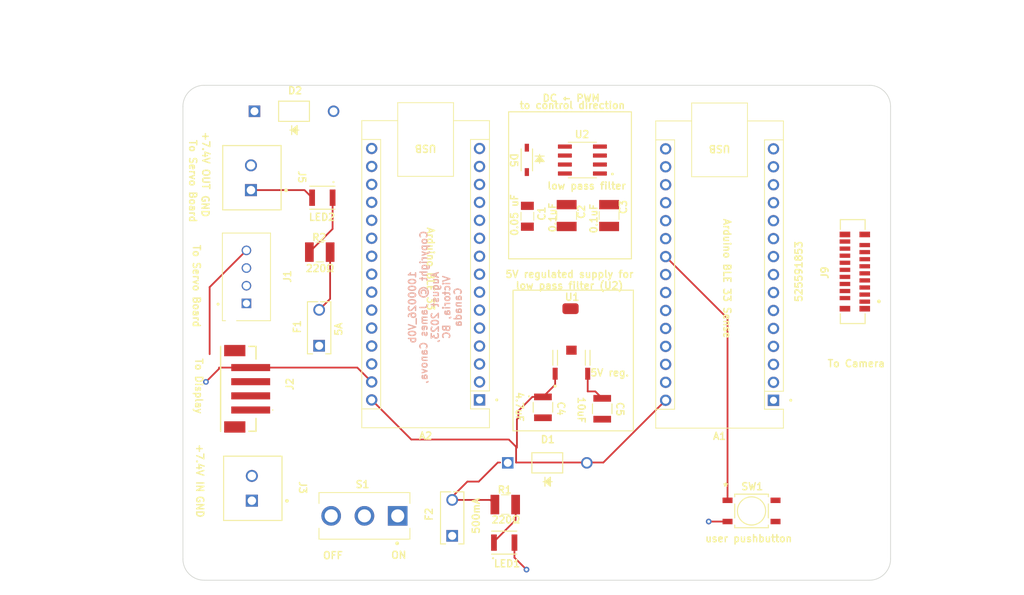
<source format=kicad_pcb>
(kicad_pcb (version 20240108) (generator "pcbnew") (generator_version "8.0")
  (layers (0 "F.Cu" signal) (1 "In1.Cu" signal) (2 "In2.Cu" signal) (31 "B.Cu" signal) (34 "B.Paste" user) (35 "F.Paste" user) (36 "B.SilkS" user "B.Silkscreen") (37 "F.SilkS" user "F.Silkscreen") (38 "B.Mask" user) (39 "F.Mask" user) (44 "Edge.Cuts" user))
  (net 0 "")
  (net 4 "Net-(C1-Pad1)")
  (net 6 "3.3V_1")
  (net 19 "bit_0")
  (net 20 "bit_1")
  (net 21 "bit_2")
  (net 26 "SDA_2")
  (net 27 "SDL_2")
  (net 28 "Analog")
  (net 30 "PWM")
  (net 31 "Net-(C3-Pad1)")
  (net 32 "PB")
  (net 33 "SDA_1")
  (net 34 "SCL_1")
  (net 36 "3.3V_2")
  (net 37 "GND")
  (net 40 "7.4V")
  (net 41 "HREF")
  (net 42 "VSYNC")
  (net 43 "XCLK")
  (net 44 "PCLK")
  (net 45 "D4")
  (net 46 "D7")
  (net 47 "D6")
  (net 48 "D1")
  (net 49 "D2")
  (net 50 "D3")
  (net 51 "D5")
  (net 52 "D0")
  (net 54 "MOSI_2")
  (net 55 "SCK_2")
  (net 56 "CS_2")
  (net 57 "DC_2")
  (net 58 "RST_2")
  (net 59 "5V_reg")
  (net 61 "unconnected-(S1-Pad2)")
  (footprint "RobotFtpLib:Nano33BLE_with_headers" (layer "F.Cu") (at 139.1519 97.7132 180)
    (property "Reference" "A2" (at 7.62 -5.08 180) (layer "F.SilkS") (effects (font (thickness 0.2))))
    (property "Value" "Arduino_Nano_BLE_33")
    (fp_line (start 16.64 39.5) (end 16.64 -3.94) (stroke (width 0.12)) (layer "F.SilkS"))
    (fp_line (start 16.64 39.5) (end 11.56 39.5) (stroke (width 0.12)) (layer "F.SilkS"))
    (fp_line (start 16.64 -3.94) (end -1.4 -3.94) (stroke (width 0.12)) (layer "F.SilkS"))
    (fp_line (start 13.97 36.83) (end 16.64 36.83) (stroke (width 0.12)) (layer "F.SilkS"))
    (fp_line (start 13.97 -1.27) (end 16.64 -1.27) (stroke (width 0.12)) (layer "F.SilkS"))
    (fp_line (start 13.97 -1.27) (end 13.97 36.83) (stroke (width 0.12)) (layer "F.SilkS"))
    (fp_line (start 11.56 42.04) (end 3.68 42.04) (stroke (width 0.12)) (layer "F.SilkS"))
    (fp_line (start 11.56 31.62) (end 11.56 42.04) (stroke (width 0.12)) (layer "F.SilkS"))
    (fp_line (start 3.68 42.04) (end 3.68 31.62) (stroke (width 0.12)) (layer "F.SilkS"))
    (fp_line (start 3.68 31.62) (end 11.56 31.62) (stroke (width 0.12)) (layer "F.SilkS"))
    (fp_line (start 1.27 36.83) (end -1.4 36.83) (stroke (width 0.12)) (layer "F.SilkS"))
    (fp_line (start 1.27 1.27) (end 1.27 36.83) (stroke (width 0.12)) (layer "F.SilkS"))
    (fp_line (start 1.27 1.27) (end 1.27 -1.27) (stroke (width 0.12)) (layer "F.SilkS"))
    (fp_line (start 1.27 1.27) (end -1.4 1.27) (stroke (width 0.12)) (layer "F.SilkS"))
    (fp_line (start 1.27 -1.27) (end -1.4 -1.27) (stroke (width 0.12)) (layer "F.SilkS"))
    (fp_line (start -1.4 39.5) (end 3.68 39.5) (stroke (width 0.12)) (layer "F.SilkS"))
    (fp_line (start -1.4 1.27) (end -1.4 39.5) (stroke (width 0.12)) (layer "F.SilkS"))
    (fp_line (start -1.4 -3.94) (end -1.4 -1.27) (stroke (width 0.12)) (layer "F.SilkS"))
    (fp_circle (center -2.4384 0) (end -2.286 0) (stroke (width 0.12)) (fill solid) (layer "F.SilkS"))
    (fp_text user "USB" (at 7.62 35.56 180) (layer "F.SilkS") (effects (font (thickness 0.2))))
    (pad "1" thru_hole rect (at 0 0 180) (size 1.6 1.6) (drill 1) (layers "*.Cu" "*.Mask"))
    (pad "2" thru_hole oval (at 0 2.54 180) (size 1.6 1.6) (drill 1) (layers "*.Cu" "*.Mask"))
    (pad "3" thru_hole oval (at 0 5.08 180) (size 1.6 1.6) (drill 1) (layers "*.Cu" "*.Mask"))
    (pad "4" thru_hole oval (at 0 7.62 180) (size 1.6 1.6) (drill 1) (layers "*.Cu" "*.Mask"))
    (pad "5" thru_hole oval (at 0 10.16 180) (size 1.6 1.6) (drill 1) (layers "*.Cu" "*.Mask"))
    (pad "6" thru_hole oval (at 0 12.7 180) (size 1.6 1.6) (drill 1) (layers "*.Cu" "*.Mask"))
    (pad "7" thru_hole oval (at 0 15.24 180) (size 1.6 1.6) (drill 1) (layers "*.Cu" "*.Mask"))
    (pad "8" thru_hole oval (at 0 17.78 180) (size 1.6 1.6) (drill 1) (layers "*.Cu" "*.Mask"))
    (pad "9" thru_hole oval (at 0 20.32 180) (size 1.6 1.6) (drill 1) (layers "*.Cu" "*.Mask"))
    (pad "10" thru_hole oval (at 0 22.86 180) (size 1.6 1.6) (drill 1) (layers "*.Cu" "*.Mask") (net 19 "bit_0"))
    (pad "11" thru_hole oval (at 0 25.4 180) (size 1.6 1.6) (drill 1) (layers "*.Cu" "*.Mask") (net 20 "bit_1"))
    (pad "12" thru_hole oval (at 0 27.94 180) (size 1.6 1.6) (drill 1) (layers "*.Cu" "*.Mask") (net 21 "bit_2"))
    (pad "13" thru_hole oval (at 0 30.48 180) (size 1.6 1.6) (drill 1) (layers "*.Cu" "*.Mask"))
    (pad "14" thru_hole oval (at 0 33.02 180) (size 1.6 1.6) (drill 1) (layers "*.Cu" "*.Mask") (net 54 "MOSI_2"))
    (pad "15" thru_hole oval (at 0 35.56 180) (size 1.6 1.6) (drill 1) (layers "*.Cu" "*.Mask"))
    (pad "16" thru_hole oval (at 15.24 35.56 180) (size 1.6 1.6) (drill 1) (layers "*.Cu" "*.Mask") (net 55 "SCK_2"))
    (pad "17" thru_hole oval (at 15.24 33.02 180) (size 1.6 1.6) (drill 1) (layers "*.Cu" "*.Mask") (net 36 "3.3V_2"))
    (pad "18" thru_hole oval (at 15.24 30.48 180) (size 1.6 1.6) (drill 1) (layers "*.Cu" "*.Mask"))
    (pad "19" thru_hole oval (at 15.24 27.94 180) (size 1.6 1.6) (drill 1) (layers "*.Cu" "*.Mask"))
    (pad "20" thru_hole oval (at 15.24 25.4 180) (size 1.6 1.6) (drill 1) (layers "*.Cu" "*.Mask") (net 28 "Analog"))
    (pad "21" thru_hole oval (at 15.24 22.86 180) (size 1.6 1.6) (drill 1) (layers "*.Cu" "*.Mask") (net 56 "CS_2"))
    (pad "22" thru_hole oval (at 15.24 20.32 180) (size 1.6 1.6) (drill 1) (layers "*.Cu" "*.Mask") (net 57 "DC_2"))
    (pad "23" thru_hole oval (at 15.24 17.78 180) (size 1.6 1.6) (drill 1) (layers "*.Cu" "*.Mask") (net 26 "SDA_2"))
    (pad "24" thru_hole oval (at 15.24 15.24 180) (size 1.6 1.6) (drill 1) (layers "*.Cu" "*.Mask") (net 27 "SDL_2"))
    (pad "25" thru_hole oval (at 15.24 12.7 180) (size 1.6 1.6) (drill 1) (layers "*.Cu" "*.Mask") (net 58 "RST_2"))
    (pad "26" thru_hole oval (at 15.24 10.16 180) (size 1.6 1.6) (drill 1) (layers "*.Cu" "*.Mask"))
    (pad "27" thru_hole oval (at 15.24 7.62 180) (size 1.6 1.6) (drill 1) (layers "*.Cu" "*.Mask"))
    (pad "28" thru_hole oval (at 15.24 5.08 180) (size 1.6 1.6) (drill 1) (layers "*.Cu" "*.Mask"))
    (pad "29" thru_hole oval (at 15.24 2.54 180) (size 1.6 1.6) (drill 1) (layers "*.Cu" "*.Mask") (net 37 "GND"))
    (pad "30" thru_hole oval (at 15.24 0 180) (size 1.6 1.6) (drill 1) (layers "*.Cu" "*.Mask") (net 40 "7.4V"))
  )
  (footprint "RobotFtpLib:QTLP650D4TR" (layer "F.Cu") (at 142.6398 117.8965)
    (property "Reference" "LED1" (at 0.4 2.9667 0) (layer "F.SilkS") (effects (font (thickness 0.2))))
    (property "Value" "QTLP650D4TR" (hide yes))
    (fp_line (start -1.778 1.6256) (end 1.778 1.6256) (stroke (width 0.1524)) (layer "F.SilkS"))
    (fp_line (start 1.778 -1.6256) (end -1.778 -1.6256) (stroke (width 0.1524)) (layer "F.SilkS"))
    (fp_circle (center -1.5748 2.2098) (end -1.4986 2.2098) (stroke (width 0.1524)) (fill none) (layer "F.SilkS"))
    (pad "1" smd rect (at 1.4478 0) (size 0.8128 2.3114) (layers "F.Cu" "F.Paste" "F.Mask") (net 37 "GND"))
    (pad "2" smd rect (at -1.4478 0) (size 0.8128 2.3114) (layers "F.Cu" "F.Paste" "F.Mask") (net 40 "7.4V"))
  )
  (footprint "RobotFtpLib:MountingHole_2.2mm_M2" (layer "F.Cu") (at 101.2398 57.2132)
    (property "Reference" "H1" (hide yes))
    (property "Value" "MountingHole" (hide yes))
    (pad "" np_thru_hole circle (at 0 0) (size 2.2 2.2) (drill 2.2) (layers "F&B.Cu" "*.Mask"))
  )
  (footprint "RobotFtpLib:MountingHole_2.2mm_M2" (layer "F.Cu") (at 101.2398 119.2132)
    (property "Reference" "H3" (hide yes))
    (property "Value" "MountingHole" (hide yes))
    (pad "" np_thru_hole circle (at 0 0) (size 2.2 2.2) (drill 2.2) (layers "*.Cu" "*.Mask"))
  )
  (footprint "RobotFtpLib:RMCF1210JT220R" (layer "F.Cu") (at 142.7898 112.5132)
    (property "Reference" "R1" (at -0.0762 -2.0828 0) (layer "F.SilkS") (effects (font (thickness 0.2))))
    (property "Value" "RMCF1210JT220R" (hide yes))
    (fp_line (start -0.53 -1.38) (end 0.53 -1.38) (stroke (width 0.127)) (layer "F.SilkS"))
    (fp_line (start -0.53 1.38) (end 0.53 1.38) (stroke (width 0.127)) (layer "F.SilkS"))
    (fp_text user "220Ω" (at 0.1 2.15 0) (layer "F.SilkS") (effects (font (thickness 0.2))))
    (pad "1" smd rect (at -1.466 0) (size 1.23 2.76) (layers "F.Cu" "F.Paste" "F.Mask") (net 40 "7.4V"))
    (pad "2" smd rect (at 1.466 0) (size 1.23 2.76) (layers "F.Cu" "F.Paste" "F.Mask") (net 40 "7.4V"))
  )
  (footprint "RobotFtpLib:RMCF1210JT220R" (layer "F.Cu") (at 116.5738 76.8132)
    (property "Reference" "R2" (at -0.0762 -2.0828 0) (layer "F.SilkS") (effects (font (thickness 0.2))))
    (property "Value" "RMCF1210JT220R" (hide yes))
    (fp_line (start -0.53 -1.38) (end 0.53 -1.38) (stroke (width 0.127)) (layer "F.SilkS"))
    (fp_line (start -0.53 1.38) (end 0.53 1.38) (stroke (width 0.127)) (layer "F.SilkS"))
    (fp_text user "220Ω" (at 0.0508 2.3 0) (layer "F.SilkS") (effects (font (thickness 0.2))))
    (pad "1" smd rect (at -1.466 0) (size 1.23 2.76) (layers "F.Cu" "F.Paste" "F.Mask") (net 40 "7.4V"))
    (pad "2" smd rect (at 1.466 0) (size 1.23 2.76) (layers "F.Cu" "F.Paste" "F.Mask") (net 40 "7.4V"))
  )
  (footprint "RobotFtpLib:CL32A106KAULNNE" (layer "F.Cu") (at 156.4898 98.9632 -90)
    (property "Reference" "C5" (at 0.0508 -2.5146 -90) (layer "F.SilkS") (effects (font (thickness 0.2))))
    (property "Value" "CL32A106KAULNNE" (hide yes))
    (fp_line (start -0.692451 1.377) (end 0.692451 1.377) (stroke (width 0.1524)) (layer "F.SilkS"))
    (fp_line (start 0.692451 -1.377) (end -0.692451 -1.377) (stroke (width 0.1524)) (layer "F.SilkS"))
    (fp_text user "10uF" (at 0.1778 2.9464 -90) (layer "F.SilkS") (effects (font (thickness 0.2))))
    (pad "1" smd rect (at -1.475001 0 270) (size 0.95 2.5) (layers "F.Cu" "F.Paste" "F.Mask") (net 59 "5V_reg"))
    (pad "2" smd rect (at 1.475001 0 270) (size 0.95 2.5) (layers "F.Cu" "F.Paste" "F.Mask") (net 37 "GND"))
  )
  (footprint "RobotFtpLib:12102C104KAT2A" (layer "F.Cu") (at 151.4648 71.638199 -90)
    (property "Reference" "C2" (at -0.524999 -2.075 -90) (layer "F.SilkS") (effects (font (thickness 0.2))))
    (property "Value" "12102C104KAT2A" (hide yes))
    (fp_line (start -0.56 1.4) (end 0.56 1.4) (stroke (width 0.127)) (layer "F.SilkS"))
    (fp_line (start -0.56 -1.4) (end 0.56 -1.4) (stroke (width 0.127)) (layer "F.SilkS"))
    (fp_text user "0.1uF" (at 0.275001 1.975 90) (layer "F.SilkS") (effects (font (thickness 0.2))))
    (pad "1" smd rect (at -1.542 0 270) (size 1.32 2.81) (layers "F.Cu" "F.Paste" "F.Mask") (net 59 "5V_reg"))
    (pad "2" smd rect (at 1.542 0 270) (size 1.32 2.81) (layers "F.Cu" "F.Paste" "F.Mask") (net 37 "GND"))
  )
  (footprint "RobotFtpLib:RKEF050HF" (layer "F.Cu") (at 135.2898 116.935826 90)
    (property "Reference" "F2" (at 3.048 -3.2766 90) (layer "F.SilkS") (effects (font (thickness 0.2))))
    (property "Value" "FUSE_500mA" (hide yes))
    (fp_line (start 6.223 -1.651) (end -1.143 -1.651) (stroke (width 0.1524)) (layer "F.SilkS"))
    (fp_line (start -1.143 -1.651) (end -1.143 -0.925047) (stroke (width 0.1524)) (layer "F.SilkS"))
    (fp_line (start 6.223 -0.187272) (end 6.223 -1.651) (stroke (width 0.1524)) (layer "F.SilkS"))
    (fp_line (start -1.143 0.925047) (end -1.143 1.651) (stroke (width 0.1524)) (layer "F.SilkS"))
    (fp_line (start 6.223 1.651) (end 6.223 0.187272) (stroke (width 0.1524)) (layer "F.SilkS"))
    (fp_line (start -1.143 1.651) (end 6.223 1.651) (stroke (width 0.1524)) (layer "F.SilkS"))
    (fp_text user "500mA" (at 2.8194 3.3782 90) (layer "F.SilkS") (effects (font (thickness 0.2))))
    (pad "1" thru_hole rect (at 0 0 90) (size 1.651 1.651) (drill 1.143) (layers "*.Cu" "*.Mask") (net 40 "7.4V"))
    (pad "2" thru_hole circle (at 5.08 0 90) (size 1.651 1.651) (drill 1.143) (layers "*.Cu" "*.Mask") (net 40 "7.4V"))
  )
  (footprint "RobotFtpLib:12102C104KAT2A" (layer "F.Cu") (at 157.4648 71.638199 -90)
    (property "Reference" "C3" (at -1.2 -2 -90) (layer "F.SilkS") (effects (font (thickness 0.2))))
    (property "Value" "12102C104KAT2A" (hide yes))
    (fp_line (start -0.56 1.4) (end 0.56 1.4) (stroke (width 0.127)) (layer "F.SilkS"))
    (fp_line (start -0.56 -1.4) (end 0.56 -1.4) (stroke (width 0.127)) (layer "F.SilkS"))
    (fp_text user "0.1uF" (at 0.425001 2.175 90) (layer "F.SilkS") (effects (font (thickness 0.2))))
    (pad "1" smd rect (at -1.542 0 270) (size 1.32 2.81) (layers "F.Cu" "F.Paste" "F.Mask") (net 31 "Net-(C3-Pad1)"))
    (pad "2" smd rect (at 1.542 0 270) (size 1.32 2.81) (layers "F.Cu" "F.Paste" "F.Mask") (net 37 "GND"))
  )
  (footprint "RobotFtpLib:CL32B475KBUYNNE" (layer "F.Cu") (at 148.1148 98.763198 -90)
    (property "Reference" "C4" (at 0.1778 -2.54 -90) (layer "F.SilkS") (effects (font (thickness 0.2))))
    (property "Value" "CL32B475KBUYNNE" (hide yes))
    (fp_line (start -0.692451 1.377) (end 0.692451 1.377) (stroke (width 0.1524)) (layer "F.SilkS"))
    (fp_line (start 0.692451 -1.377) (end -0.692451 -1.377) (stroke (width 0.1524)) (layer "F.SilkS"))
    (fp_circle (center -1.5494 1.9558) (end -1.4732 1.9558) (stroke (width 0.1524)) (fill none) (layer "F.SilkS"))
    (fp_text user "4.7uF" (at -0.0762 3.302 -90) (layer "F.SilkS") (effects (font (thickness 0.2))))
    (pad "1" smd rect (at -1.475001 0 270) (size 0.95 2.5) (layers "F.Cu" "F.Paste" "F.Mask") (net 40 "7.4V"))
    (pad "2" smd rect (at 1.475001 0 270) (size 0.95 2.5) (layers "F.Cu" "F.Paste" "F.Mask") (net 37 "GND"))
  )
  (footprint "RobotFtpLib:MountingHole_2.2mm_M2" (layer "F.Cu") (at 193.2398 57.2132)
    (property "Reference" "H2" (hide yes))
    (property "Value" "MountingHole" (hide yes))
    (pad "" np_thru_hole circle (at 0 0) (size 2.2 2.2) (drill 2.2) (layers "*.Cu" "*.Mask"))
  )
  (footprint "RobotFtpLib:1N4007G-T" (layer "F.Cu") (at 143.1398 106.6132)
    (property "Reference" "D1" (at 5.6642 -3.302 0) (layer "F.SilkS") (effects (font (thickness 0.2))))
    (property "Value" "1N4148WX-TP" (hide yes))
    (fp_line (start 3.411 -1.427) (end 3.411 1.427) (stroke (width 0.1524)) (layer "F.SilkS"))
    (fp_line (start 3.411 1.427) (end 7.765 1.427) (stroke (width 0.1524)) (layer "F.SilkS"))
    (fp_line (start 5.2578 2.032) (end 5.2578 3.302) (stroke (width 0.1524)) (layer "F.SilkS"))
    (fp_line (start 5.2578 2.667) (end 6.0198 2.032) (stroke (width 0.1524)) (layer "F.SilkS"))
    (fp_line (start 5.2578 2.667) (end 6.0198 2.159) (stroke (width 0.1524)) (layer "F.SilkS"))
    (fp_line (start 5.2578 2.667) (end 6.0198 2.286) (stroke (width 0.1524)) (layer "F.SilkS"))
    (fp_line (start 5.2578 2.667) (end 6.0198 2.413) (stroke (width 0.1524)) (layer "F.SilkS"))
    (fp_line (start 5.2578 2.667) (end 6.0198 2.54) (stroke (width 0.1524)) (layer "F.SilkS"))
    (fp_line (start 5.2578 2.667) (end 6.0198 2.794) (stroke (width 0.1524)) (layer "F.SilkS"))
    (fp_line (start 5.2578 2.667) (end 6.0198 2.921) (stroke (width 0.1524)) (layer "F.SilkS"))
    (fp_line (start 5.2578 2.667) (end 6.0198 3.048) (stroke (width 0.1524)) (layer "F.SilkS"))
    (fp_line (start 5.2578 2.667) (end 6.0198 3.175) (stroke (width 0.1524)) (layer "F.SilkS"))
    (fp_line (start 5.2578 2.667) (end 6.0198 3.302) (stroke (width 0.1524)) (layer "F.SilkS"))
    (fp_line (start 6.0198 2.032) (end 6.0198 3.302) (stroke (width 0.1524)) (layer "F.SilkS"))
    (fp_line (start 6.2738 2.667) (end 5.0038 2.667) (stroke (width 0.1524)) (layer "F.SilkS"))
    (fp_line (start 7.765 -1.427) (end 3.411 -1.427) (stroke (width 0.1524)) (layer "F.SilkS"))
    (fp_line (start 7.765 1.427) (end 7.765 -1.427) (stroke (width 0.1524)) (layer "F.SilkS"))
    (pad "1" thru_hole rect (at 0 0) (size 1.6256 1.6256) (drill 1.1176) (layers "*.Cu" "*.Mask") (net 40 "7.4V"))
    (pad "2" thru_hole circle (at 11.176 0) (size 1.6256 1.6256) (drill 1.1176) (layers "*.Cu" "*.Mask") (net 40 "7.4V"))
  )
  (footprint "RobotFtpLib:BZT52C3V3-7-F" (layer "F.Cu") (at 145.8398 63.7632 -90)
    (property "Reference" "D5" (at 0.05 1.85 -90) (layer "F.SilkS") (effects (font (thickness 0.2))))
    (property "Value" "BZT52C3V3-7-F" (hide yes))
    (fp_line (start -1.552 0.802) (end 1.552 0.802) (stroke (width 0.1524)) (layer "F.SilkS"))
    (fp_line (start 1.552 -0.802) (end -1.552 -0.802) (stroke (width 0.1524)) (layer "F.SilkS"))
    (fp_line (start -0.5334 -1.8034) (end 0.2286 -1.1684) (stroke (width 0.1524)) (layer "F.SilkS"))
    (fp_line (start -0.5334 -1.8034) (end 0.2286 -1.2954) (stroke (width 0.1524)) (layer "F.SilkS"))
    (fp_line (start -0.5334 -1.8034) (end 0.2286 -1.4224) (stroke (width 0.1524)) (layer "F.SilkS"))
    (fp_line (start -0.5334 -1.8034) (end 0.2286 -1.5494) (stroke (width 0.1524)) (layer "F.SilkS"))
    (fp_line (start -0.5334 -1.8034) (end 0.2286 -1.6764) (stroke (width 0.1524)) (layer "F.SilkS"))
    (fp_line (start -0.5334 -1.8034) (end 0.2286 -1.9304) (stroke (width 0.1524)) (layer "F.SilkS"))
    (fp_line (start -0.5334 -1.8034) (end 0.2286 -2.0574) (stroke (width 0.1524)) (layer "F.SilkS"))
    (fp_line (start -0.5334 -1.8034) (end 0.2286 -2.1844) (stroke (width 0.1524)) (layer "F.SilkS"))
    (fp_line (start -0.5334 -1.8034) (end 0.2286 -2.3114) (stroke (width 0.1524)) (layer "F.SilkS"))
    (fp_line (start -0.5334 -1.8034) (end 0.2286 -2.4384) (stroke (width 0.1524)) (layer "F.SilkS"))
    (fp_line (start 0.4826 -1.8034) (end -0.7874 -1.8034) (stroke (width 0.1524)) (layer "F.SilkS"))
    (fp_line (start -0.5334 -2.4384) (end -0.5334 -1.1684) (stroke (width 0.1524)) (layer "F.SilkS"))
    (fp_line (start 0.2286 -2.4384) (end 0.2286 -1.1684) (stroke (width 0.1524)) (layer "F.SilkS"))
    (pad "1" smd rect (at -1.725 0 270) (size 1.1112 0.6008) (layers "F.Cu" "F.Paste" "F.Mask") (net 28 "Analog"))
    (pad "2" smd rect (at 1.725 0 270) (size 1.1112 0.6008) (layers "F.Cu" "F.Paste" "F.Mask") (net 37 "GND"))
  )
  (footprint "RobotFtpLib:525591853" (layer "F.Cu") (at 192.1898 79.5632 90)
    (property "Reference" "J9" (at -0.1524 -4.2418 90) (layer "F.SilkS") (effects (font (thickness 0.2))))
    (property "Value" "0525591853" (hide yes))
    (fp_line (start 7.349985 -2.050001) (end 5.96749 -2.050001) (stroke (width 0.1524)) (layer "F.SilkS"))
    (fp_line (start -5.96749 -2.050001) (end -7.349985 -2.050001) (stroke (width 0.1524)) (layer "F.SilkS"))
    (fp_line (start -7.349985 -2.050001) (end -7.349985 1.45) (stroke (width 0.1524)) (layer "F.SilkS"))
    (fp_line (start 7.349985 1.45) (end 7.349985 -2.050001) (stroke (width 0.1524)) (layer "F.SilkS"))
    (fp_line (start 5.96749 1.45) (end 7.349985 1.45) (stroke (width 0.1524)) (layer "F.SilkS"))
    (fp_line (start -7.349985 1.45) (end -5.96749 1.45) (stroke (width 0.1524)) (layer "F.SilkS"))
    (fp_circle (center -4.2164 3.4036) (end -4.0164 3.4036) (stroke (width 0.12)) (fill solid) (layer "F.SilkS"))
    (fp_text user "525591853" (at 0 -7.92 90) (layer "F.SilkS") (effects (font (thickness 0.2))))
    (pad "1" smd rect (at -4.249991 1.4 90) (size 0.6 1.5) (layers "F.Cu" "F.Paste" "F.Mask") (net 6 "3.3V_1"))
    (pad "2" smd rect (at -3.749992 -1.4 90) (size 0.6 1.5) (layers "F.Cu" "F.Paste" "F.Mask") (net 37 "GND"))
    (pad "3" smd rect (at -3.249992 1.4 90) (size 0.6 1.5) (layers "F.Cu" "F.Paste" "F.Mask") (net 34 "SCL_1"))
    (pad "4" smd rect (at -2.749991 -1.4 90) (size 0.6 1.5) (layers "F.Cu" "F.Paste" "F.Mask") (net 33 "SDA_1"))
    (pad "5" smd rect (at -2.249991 1.4 90) (size 0.6 1.5) (layers "F.Cu" "F.Paste" "F.Mask") (net 42 "VSYNC"))
    (pad "6" smd rect (at -1.749991 -1.4 90) (size 0.6 1.5) (layers "F.Cu" "F.Paste" "F.Mask") (net 41 "HREF"))
    (pad "7" smd rect (at -1.249991 1.4 90) (size 0.6 1.5) (layers "F.Cu" "F.Paste" "F.Mask") (net 44 "PCLK"))
    (pad "8" smd rect (at -0.749991 -1.4 90) (size 0.6 1.5) (layers "F.Cu" "F.Paste" "F.Mask") (net 43 "XCLK"))
    (pad "9" smd rect (at -0.249991 1.4 90) (size 0.6 1.5) (layers "F.Cu" "F.Paste" "F.Mask") (net 46 "D7"))
    (pad "10" smd rect (at 0.250009 -1.4 90) (size 0.6 1.5) (layers "F.Cu" "F.Paste" "F.Mask") (net 47 "D6"))
    (pad "11" smd rect (at 0.750009 1.4 90) (size 0.6 1.5) (layers "F.Cu" "F.Paste" "F.Mask") (net 51 "D5"))
    (pad "12" smd rect (at 1.250009 -1.4 90) (size 0.6 1.5) (layers "F.Cu" "F.Paste" "F.Mask") (net 45 "D4"))
    (pad "13" smd rect (at 1.750009 1.4 90) (size 0.6 1.5) (layers "F.Cu" "F.Paste" "F.Mask") (net 50 "D3"))
    (pad "14" smd rect (at 2.250009 -1.4 90) (size 0.6 1.5) (layers "F.Cu" "F.Paste" "F.Mask") (net 49 "D2"))
    (pad "15" smd rect (at 2.750009 1.4 90) (size 0.6 1.5) (layers "F.Cu" "F.Paste" "F.Mask") (net 48 "D1"))
    (pad "16" smd rect (at 3.250009 -1.4 90) (size 0.6 1.5) (layers "F.Cu" "F.Paste" "F.Mask") (net 52 "D0"))
    (pad "17" smd rect (at 3.750009 1.4 90) (size 0.6 1.5) (layers "F.Cu" "F.Paste" "F.Mask") (net 6 "3.3V_1"))
    (pad "18" smd rect (at 4.250009 -1.4 90) (size 0.6 1.5) (layers "F.Cu" "F.Paste" "F.Mask") (net 37 "GND"))
    (pad "P1" smd rect (at -5.24999 1.4 90) (size 0.8 1.5) (layers "F.Cu" "F.Paste" "F.Mask"))
    (pad "P2" smd rect (at 5.24999 1.4 90) (size 0.8 1.5) (layers "F.Cu" "F.Paste" "F.Mask"))
    (pad "P3" smd rect (at -5.24999 -1.4 90) (size 0.8 1.5) (layers "F.Cu" "F.Paste" "F.Mask"))
    (pad "P4" smd rect (at 5.24999 -1.4 90) (size 0.8 1.5) (layers "F.Cu" "F.Paste" "F.Mask"))
  )
  (footprint "RobotFtpLib:0532580229" (layer "F.Cu") (at 106.854799 68.038191 -90)
    (property "Reference" "J5" (at -1.8542 -7.1882 -90) (layer "F.SilkS") (effects (font (thickness 0.2))))
    (property "Value" "532580229" (hide yes))
    (fp_line (start -6.299983 3.989999) (end 2.799999 3.989999) (stroke (width 0.1524)) (layer "F.SilkS"))
    (fp_line (start 2.799999 3.989999) (end 2.799999 -4.260002) (stroke (width 0.1524)) (layer "F.SilkS"))
    (fp_line (start -6.299983 -4.260002) (end -6.299983 3.989999) (stroke (width 0.1524)) (layer "F.SilkS"))
    (fp_line (start 2.799999 -4.260002) (end -6.299983 -4.260002) (stroke (width 0.1524)) (layer "F.SilkS"))
    (fp_circle (center 0.0254 -4.953) (end 0.2254 -4.953) (stroke (width 0.12)) (fill solid) (layer "F.SilkS"))
    (pad "1" thru_hole rect (at 0 0 270) (size 1.7 1.7) (drill 1.2) (layers "*.Cu" "*.Mask") (net 37 "GND"))
    (pad "2" thru_hole circle (at -3.500001 0 270) (size 1.7 1.7) (drill 1.2) (layers "*.Cu" "*.Mask") (net 40 "7.4V"))
  )
  (footprint "RobotFtpLib:TL3305CF260QG" (layer "F.Cu") (at 177.5898 113.4132)
    (property "Reference" "SW1" (at 0.1 -3.45 0) (layer "F.SilkS") (effects (font (thickness 0.2))))
    (property "Value" "TL3305CF260QG" (hide yes))
    (fp_line (start -2.3749 -2.3749) (end -2.3749 -2.005463) (stroke (width 0.1524)) (layer "F.SilkS"))
    (fp_line (start -2.3749 -0.994536) (end -2.3749 0.994536) (stroke (width 0.1524)) (layer "F.SilkS"))
    (fp_line (start -2.3749 2.005463) (end -2.3749 2.3749) (stroke (width 0.1524)) (layer "F.SilkS"))
    (fp_line (start -2.3749 2.3749) (end 2.3749 2.3749) (stroke (width 0.1524)) (layer "F.SilkS"))
    (fp_line (start 2.3749 -2.3749) (end -2.3749 -2.3749) (stroke (width 0.1524)) (layer "F.SilkS"))
    (fp_line (start 2.3749 -2.005463) (end 2.3749 -2.3749) (stroke (width 0.1524)) (layer "F.SilkS"))
    (fp_line (start 2.3749 0.994536) (end 2.3749 -0.994536) (stroke (width 0.1524)) (layer "F.SilkS"))
    (fp_line (start 2.3749 2.3749) (end 2.3749 2.005463) (stroke (width 0.1524)) (layer "F.SilkS"))
    (fp_circle (center 0 0) (end 1.9939 0) (stroke (width 0.1524)) (fill none) (layer "F.SilkS"))
    (fp_text user "*" (at -3.6449 -3.414199 0) (layer "F.SilkS") (effects (font (thickness 0.2))))
    (pad "1" smd rect (at -3.3909 -1.5) (size 1.411198 0.7712) (layers "F.Cu" "F.Paste" "F.Mask") (net 32 "PB"))
    (pad "2" smd rect (at 3.3909 -1.5) (size 1.411198 0.7712) (layers "F.Cu" "F.Paste" "F.Mask") (net 32 "PB"))
    (pad "3" smd rect (at -3.3909 1.5) (size 1.411198 0.7712) (layers "F.Cu" "F.Paste" "F.Mask") (net 37 "GND"))
    (pad "4" smd rect (at 3.3909 1.5) (size 1.411198 0.7712) (layers "F.Cu" "F.Paste" "F.Mask") (net 37 "GND"))
  )
  (footprint "RobotFtpLib:Nano33BLE_with_headers" (layer "F.Cu") (at 180.6919 97.7632 180)
    (property "Reference" "A1" (at 7.62 -5.08 180) (layer "F.SilkS") (effects (font (thickness 0.2))))
    (property "Value" "Arduino_Nano_BLE_33_SENSE" (hide yes))
    (fp_line (start 16.64 39.5) (end 16.64 -3.94) (stroke (width 0.12)) (layer "F.SilkS"))
    (fp_line (start 16.64 39.5) (end 11.56 39.5) (stroke (width 0.12)) (layer "F.SilkS"))
    (fp_line (start 16.64 -3.94) (end -1.4 -3.94) (stroke (width 0.12)) (layer "F.SilkS"))
    (fp_line (start 13.97 36.83) (end 16.64 36.83) (stroke (width 0.12)) (layer "F.SilkS"))
    (fp_line (start 13.97 -1.27) (end 16.64 -1.27) (stroke (width 0.12)) (layer "F.SilkS"))
    (fp_line (start 13.97 -1.27) (end 13.97 36.83) (stroke (width 0.12)) (layer "F.SilkS"))
    (fp_line (start 11.56 42.04) (end 3.68 42.04) (stroke (width 0.12)) (layer "F.SilkS"))
    (fp_line (start 11.56 31.62) (end 11.56 42.04) (stroke (width 0.12)) (layer "F.SilkS"))
    (fp_line (start 3.68 42.04) (end 3.68 31.62) (stroke (width 0.12)) (layer "F.SilkS"))
    (fp_line (start 3.68 31.62) (end 11.56 31.62) (stroke (width 0.12)) (layer "F.SilkS"))
    (fp_line (start 1.27 36.83) (end -1.4 36.83) (stroke (width 0.12)) (layer "F.SilkS"))
    (fp_line (start 1.27 1.27) (end 1.27 36.83) (stroke (width 0.12)) (layer "F.SilkS"))
    (fp_line (start 1.27 1.27) (end 1.27 -1.27) (stroke (width 0.12)) (layer "F.SilkS"))
    (fp_line (start 1.27 1.27) (end -1.4 1.27) (stroke (width 0.12)) (layer "F.SilkS"))
    (fp_line (start 1.27 -1.27) (end -1.4 -1.27) (stroke (width 0.12)) (layer "F.SilkS"))
    (fp_line (start -1.4 39.5) (end 3.68 39.5) (stroke (width 0.12)) (layer "F.SilkS"))
    (fp_line (start -1.4 1.27) (end -1.4 39.5) (stroke (width 0.12)) (layer "F.SilkS"))
    (fp_line (start -1.4 -3.94) (end -1.4 -1.27) (stroke (width 0.12)) (layer "F.SilkS"))
    (fp_circle (center -2.4384 0) (end -2.286 0) (stroke (width 0.12)) (fill solid) (layer "F.SilkS"))
    (fp_text user "USB" (at 7.62 35.56 180) (layer "F.SilkS") (effects (font (thickness 0.2))))
    (pad "1" thru_hole rect (at 0 0 180) (size 1.6 1.6) (drill 1) (layers "*.Cu" "*.Mask") (net 48 "D1"))
    (pad "2" thru_hole oval (at 0 2.54 180) (size 1.6 1.6) (drill 1) (layers "*.Cu" "*.Mask") (net 49 "D2"))
    (pad "3" thru_hole oval (at 0 5.08 180) (size 1.6 1.6) (drill 1) (layers "*.Cu" "*.Mask"))
    (pad "4" thru_hole oval (at 0 7.62 180) (size 1.6 1.6) (drill 1) (layers "*.Cu" "*.Mask"))
    (pad "5" thru_hole oval (at 0 10.16 180) (size 1.6 1.6) (drill 1) (layers "*.Cu" "*.Mask") (net 50 "D3"))
    (pad "6" thru_hole oval (at 0 12.7 180) (size 1.6 1.6) (drill 1) (layers "*.Cu" "*.Mask") (net 45 "D4"))
    (pad "7" thru_hole oval (at 0 15.24 180) (size 1.6 1.6) (drill 1) (layers "*.Cu" "*.Mask") (net 46 "D7"))
    (pad "8" thru_hole oval (at 0 17.78 180) (size 1.6 1.6) (drill 1) (layers "*.Cu" "*.Mask") (net 51 "D5"))
    (pad "9" thru_hole oval (at 0 20.32 180) (size 1.6 1.6) (drill 1) (layers "*.Cu" "*.Mask") (net 47 "D6"))
    (pad "10" thru_hole oval (at 0 22.86 180) (size 1.6 1.6) (drill 1) (layers "*.Cu" "*.Mask") (net 52 "D0"))
    (pad "11" thru_hole oval (at 0 25.4 180) (size 1.6 1.6) (drill 1) (layers "*.Cu" "*.Mask") (net 42 "VSYNC"))
    (pad "12" thru_hole oval (at 0 27.94 180) (size 1.6 1.6) (drill 1) (layers "*.Cu" "*.Mask") (net 43 "XCLK"))
    (pad "13" thru_hole oval (at 0 30.48 180) (size 1.6 1.6) (drill 1) (layers "*.Cu" "*.Mask") (net 30 "PWM"))
    (pad "14" thru_hole oval (at 0 33.02 180) (size 1.6 1.6) (drill 1) (layers "*.Cu" "*.Mask"))
    (pad "15" thru_hole oval (at 0 35.56 180) (size 1.6 1.6) (drill 1) (layers "*.Cu" "*.Mask"))
    (pad "16" thru_hole oval (at 15.24 35.56 180) (size 1.6 1.6) (drill 1) (layers "*.Cu" "*.Mask"))
    (pad "17" thru_hole oval (at 15.24 33.02 180) (size 1.6 1.6) (drill 1) (layers "*.Cu" "*.Mask") (net 6 "3.3V_1"))
    (pad "18" thru_hole oval (at 15.24 30.48 180) (size 1.6 1.6) (drill 1) (layers "*.Cu" "*.Mask"))
    (pad "19" thru_hole oval (at 15.24 27.94 180) (size 1.6 1.6) (drill 1) (layers "*.Cu" "*.Mask") (net 44 "PCLK"))
    (pad "20" thru_hole oval (at 15.24 25.4 180) (size 1.6 1.6) (drill 1) (layers "*.Cu" "*.Mask") (net 41 "HREF"))
    (pad "21" thru_hole oval (at 15.24 22.86 180) (size 1.6 1.6) (drill 1) (layers "*.Cu" "*.Mask") (net 19 "bit_0"))
    (pad "22" thru_hole oval (at 15.24 20.32 180) (size 1.6 1.6) (drill 1) (layers "*.Cu" "*.Mask") (net 32 "PB"))
    (pad "23" thru_hole oval (at 15.24 17.78 180) (size 1.6 1.6) (drill 1) (layers "*.Cu" "*.Mask") (net 33 "SDA_1"))
    (pad "24" thru_hole oval (at 15.24 15.24 180) (size 1.6 1.6) (drill 1) (layers "*.Cu" "*.Mask") (net 34 "SCL_1"))
    (pad "25" thru_hole oval (at 15.24 12.7 180) (size 1.6 1.6) (drill 1) (layers "*.Cu" "*.Mask") (net 20 "bit_1"))
    (pad "26" thru_hole oval (at 15.24 10.16 180) (size 1.6 1.6) (drill 1) (layers "*.Cu" "*.Mask") (net 21 "bit_2"))
    (pad "27" thru_hole oval (at 15.24 7.62 180) (size 1.6 1.6) (drill 1) (layers "*.Cu" "*.Mask"))
    (pad "28" thru_hole oval (at 15.24 5.08 180) (size 1.6 1.6) (drill 1) (layers "*.Cu" "*.Mask"))
    (pad "29" thru_hole oval (at 15.24 2.54 180) (size 1.6 1.6) (drill 1) (layers "*.Cu" "*.Mask") (net 37 "GND"))
    (pad "30" thru_hole oval (at 15.24 0 180) (size 1.6 1.6) (drill 1) (layers "*.Cu" "*.Mask") (net 40 "7.4V"))
  )
  (footprint "RobotFtpLib:QTLP650D4TR" (layer "F.Cu") (at 116.9398 69.1132 180)
    (property "Reference" "LED2" (at 0.05 -2.75 0) (layer "F.SilkS") (effects (font (thickness 0.2))))
    (property "Value" "QTLP650D4TR" (hide yes))
    (fp_line (start 1.778 -1.6256) (end -1.778 -1.6256) (stroke (width 0.1524)) (layer "F.SilkS"))
    (fp_line (start -1.778 1.6256) (end 1.778 1.6256) (stroke (width 0.1524)) (layer "F.SilkS"))
    (fp_circle (center -1.5748 2.2098) (end -1.4986 2.2098) (stroke (width 0.1524)) (fill none) (layer "F.SilkS"))
    (pad "1" smd rect (at 1.4478 0 180) (size 0.8128 2.3114) (layers "F.Cu" "F.Paste" "F.Mask") (net 40 "7.4V"))
    (pad "2" smd rect (at -1.4478 0 180) (size 0.8128 2.3114) (layers "F.Cu" "F.Paste" "F.Mask") (net 37 "GND"))
  )
  (footprint "RobotFtpLib:0532580229" (layer "F.Cu") (at 106.979799 111.963191 -90)
    (property "Reference" "J3" (at -1.8542 -7.1882 -90) (layer "F.SilkS") (effects (font (thickness 0.2))))
    (property "Value" "532580229" (hide yes))
    (fp_line (start -6.299983 3.989999) (end 2.799999 3.989999) (stroke (width 0.1524)) (layer "F.SilkS"))
    (fp_line (start 2.799999 3.989999) (end 2.799999 -4.260002) (stroke (width 0.1524)) (layer "F.SilkS"))
    (fp_line (start -6.299983 -4.260002) (end -6.299983 3.989999) (stroke (width 0.1524)) (layer "F.SilkS"))
    (fp_line (start 2.799999 -4.260002) (end -6.299983 -4.260002) (stroke (width 0.1524)) (layer "F.SilkS"))
    (fp_circle (center 0.0254 -4.953) (end 0.2254 -4.953) (stroke (width 0.12)) (fill solid) (layer "F.SilkS"))
    (pad "1" thru_hole rect (at 0 0 270) (size 1.7 1.7) (drill 1.2) (layers "*.Cu" "*.Mask") (net 37 "GND"))
    (pad "2" thru_hole circle (at -3.500001 0 270) (size 1.7 1.7) (drill 1.2) (layers "*.Cu" "*.Mask") (net 40 "7.4V"))
  )
  (footprint "RobotFtpLib:RGEF300HF" (layer "F.Cu") (at 116.4898 90.0532 90)
    (property "Reference" "F1" (at 2.69 -3.1 90) (layer "F.SilkS") (effects (font (thickness 0.2))))
    (property "Value" "FUSE_5A" (hide yes))
    (fp_line (start 6.223 -1.651) (end -1.143 -1.651) (stroke (width 0.1524)) (layer "F.SilkS"))
    (fp_line (start -1.143 -1.651) (end -1.143 -0.925047) (stroke (width 0.1524)) (layer "F.SilkS"))
    (fp_line (start 6.223 -0.187272) (end 6.223 -1.651) (stroke (width 0.1524)) (layer "F.SilkS"))
    (fp_line (start -1.143 0.925047) (end -1.143 1.651) (stroke (width 0.1524)) (layer "F.SilkS"))
    (fp_line (start 6.223 1.651) (end 6.223 0.187272) (stroke (width 0.1524)) (layer "F.SilkS"))
    (fp_line (start -1.143 1.651) (end 6.223 1.651) (stroke (width 0.1524)) (layer "F.SilkS"))
    (fp_text user "5A" (at 2.34 2.75 90) (layer "F.SilkS") (effects (font (thickness 0.2))))
    (pad "1" thru_hole rect (at 0 0 90) (size 1.651 1.651) (drill 1.143) (layers "*.Cu" "*.Mask") (net 40 "7.4V"))
    (pad "2" thru_hole circle (at 5.08 0 90) (size 1.651 1.651) (drill 1.143) (layers "*.Cu" "*.Mask") (net 40 "7.4V"))
  )
  (footprint "RobotFtpLib:MAX7480ESA" (layer "F.Cu") (at 153.6898 63.788199 180)
    (property "Reference" "U2" (at 0.05 3.624999 180) (layer "F.SilkS") (effects (font (thickness 0.2))))
    (property "Value" "MAX7480ESA+" (hide yes))
    (fp_line (start -2 2.52) (end 2 2.52) (stroke (width 0.127)) (layer "F.SilkS"))
    (fp_line (start -2 -2.52) (end 2 -2.52) (stroke (width 0.127)) (layer "F.SilkS"))
    (fp_circle (center -4.2418 -1.9812) (end -4.1418 -1.9812) (stroke (width 0.2)) (fill none) (layer "F.SilkS"))
    (pad "1" smd roundrect (at -2.475 -1.905 180) (size 1.97 0.59) (layers "F.Cu" "F.Paste" "F.Mask") (roundrect_rratio 0.07) (net 31 "Net-(C3-Pad1)"))
    (pad "2" smd roundrect (at -2.475 -0.635 180) (size 1.97 0.59) (layers "F.Cu" "F.Paste" "F.Mask") (roundrect_rratio 0.07) (net 30 "PWM"))
    (pad "3" smd roundrect (at -2.475 0.635 180) (size 1.97 0.59) (layers "F.Cu" "F.Paste" "F.Mask") (roundrect_rratio 0.07) (net 37 "GND"))
    (pad "4" smd roundrect (at -2.475 1.905 180) (size 1.97 0.59) (layers "F.Cu" "F.Paste" "F.Mask") (roundrect_rratio 0.07) (net 59 "5V_reg"))
    (pad "5" smd roundrect (at 2.475 1.905 180) (size 1.97 0.59) (layers "F.Cu" "F.Paste" "F.Mask") (roundrect_rratio 0.07) (net 28 "Analog"))
    (pad "6" smd roundrect (at 2.475 0.635 180) (size 1.97 0.59) (layers "F.Cu" "F.Paste" "F.Mask") (roundrect_rratio 0.07) (net 31 "Net-(C3-Pad1)"))
    (pad "7" smd roundrect (at 2.475 -0.635 180) (size 1.97 0.59) (layers "F.Cu" "F.Paste" "F.Mask") (roundrect_rratio 0.07) (net 59 "5V_reg"))
    (pad "8" smd roundrect (at 2.475 -1.905 180) (size 1.97 0.59) (layers "F.Cu" "F.Paste" "F.Mask") (roundrect_rratio 0.07) (net 4 "Net-(C1-Pad1)"))
  )
  (footprint "RobotFtpLib:533750410" (layer "F.Cu") (at 106.2148 84.0632 -90)
    (property "Reference" "J1" (at -3.81 -5.7912 -90) (layer "F.SilkS") (effects (font (thickness 0.2))))
    (property "Value" "533750410" (hide yes))
    (fp_line (start -9.95 3.4) (end -9.95 -3.4) (stroke (width 0.127)) (layer "F.SilkS"))
    (fp_line (start 2.45 3.4) (end -9.95 3.4) (stroke (width 0.127)) (layer "F.SilkS"))
    (fp_line (start 2.45 2.95) (end 2.45 3.4) (stroke (width 0.127)) (layer "F.SilkS"))
    (fp_line (start -9.95 -3.4) (end 2.45 -3.4) (stroke (width 0.127)) (layer "F.SilkS"))
    (fp_line (start 2.45 -3.4) (end 2.45 1.4) (stroke (width 0.127)) (layer "F.SilkS"))
    (fp_circle (center 0.1016 4.0132) (end 0.2516 4.0132) (stroke (width 0.12)) (fill solid) (layer "F.SilkS"))
    (pad "" np_thru_hole circle (at 1.6 2.2 270) (size 1.2 1.2) (drill 1.2) (layers "*.Cu" "*.Mask"))
    (pad "1" thru_hole rect (at 0 0 270) (size 1.35 1.35) (drill 1) (layers "*.Cu") (net 37 "GND"))
    (pad "2" thru_hole circle (at -2.5 0 270) (size 1.35 1.35) (drill 1) (layers "*.Cu") (net 27 "SDL_2"))
    (pad "3" thru_hole circle (at -5 0 270) (size 1.35 1.35) (drill 1) (layers "*.Cu") (net 26 "SDA_2"))
    (pad "4" thru_hole circle (at -7.5 0 270) (size 1.35 1.35) (drill 1) (layers "*.Cu") (net 36 "3.3V_2"))
  )
  (footprint "RobotFtpLib:500SSP1S2M2QEA" (layer "F.Cu") (at 122.8898 114.110226 180)
    (property "Reference" "S1" (at 0.271 4.444 180) (layer "F.SilkS") (effects (font (thickness 0.2))))
    (property "Value" "500SSP1S2M2QEA" (hide yes))
    (fp_line (start 6.425 3.3) (end -6.425 3.3) (stroke (width 0.127)) (layer "F.SilkS"))
    (fp_line (start 6.425 1.75) (end 6.425 3.3) (stroke (width 0.127)) (layer "F.SilkS"))
    (fp_line (start 6.425 -3.3) (end 6.425 -1.75) (stroke (width 0.127)) (layer "F.SilkS"))
    (fp_line (start -6.425 3.3) (end -6.425 1.75) (stroke (width 0.127)) (layer "F.SilkS"))
    (fp_line (start -6.425 -1.75) (end -6.425 -3.3) (stroke (width 0.127)) (layer "F.SilkS"))
    (fp_line (start -6.425 -3.3) (end 6.425 -3.3) (stroke (width 0.127)) (layer "F.SilkS"))
    (fp_circle (center -4.6228 -3.8862) (end -4.4228 -3.8862) (stroke (width 0.12)) (fill solid) (layer "F.SilkS"))
    (pad "1" thru_hole rect (at -4.7 0 180) (size 2.775 2.775) (drill 1.85) (layers "*.Cu" "*.Mask") (net 40 "7.4V"))
    (pad "2" thru_hole circle (at 0 0 180) (size 2.775 2.775) (drill 1.85) (layers "*.Cu" "*.Mask") (net 61 "unconnected-(S1-Pad2)"))
    (pad "3" thru_hole circle (at 4.7 0 180) (size 2.775 2.775) (drill 1.85) (layers "*.Cu" "*.Mask"))
  )
  (footprint "RobotFtpLib:12065C503JAT2A" (layer "F.Cu") (at 145.9148 71.738199 -90)
    (property "Reference" "C1" (at -0.374999 -2.025 -90) (layer "F.SilkS") (effects (font (thickness 0.2))))
    (property "Value" "12065C503JAT2A" (hide yes))
    (fp_line (start -0.57 0.9) (end 0.57 0.9) (stroke (width 0.127)) (layer "F.SilkS"))
    (fp_line (start -0.57 -0.9) (end 0.57 -0.9) (stroke (width 0.127)) (layer "F.SilkS"))
    (fp_text user "0.05 uF" (at -0.174999 1.825 -90) (layer "F.SilkS") (effects (font (thickness 0.2))))
    (pad "1" smd rect (at -1.475 0 270) (size 1.16 1.82) (layers "F.Cu" "F.Paste" "F.Mask") (net 4 "Net-(C1-Pad1)"))
    (pad "2" smd rect (at 1.475 0 270) (size 1.16 1.82) (layers "F.Cu" "F.Paste" "F.Mask") (net 37 "GND"))
  )
  (footprint "RobotFtpLib:4390" (layer "F.Cu") (at 105.0648 96.1382 -90)
    (property "Reference" "J2" (at -0.6604 -7.2898 -90) (layer "F.SilkS") (effects (font (thickness 0.2))))
    (property "Value" "4390" (hide yes))
    (fp_line (start 6 2.5) (end -6 2.5) (stroke (width 0.2)) (layer "F.SilkS"))
    (fp_line (start -6 -2.5) (end -6 -1.5) (stroke (width 0.2)) (layer "F.SilkS"))
    (fp_line (start -4.2 -2.5) (end -6 -2.5) (stroke (width 0.2)) (layer "F.SilkS"))
    (fp_line (start 4.2 -2.5) (end 6 -2.5) (stroke (width 0.2)) (layer "F.SilkS"))
    (fp_line (start 6 -2.5) (end 6 -1.5) (stroke (width 0.2)) (layer "F.SilkS"))
    (fp_line (start 3 -4.8) (end 3 -4.8) (stroke (width 0.1)) (layer "F.SilkS"))
    (fp_line (start 3 -4.9) (end 3 -4.9) (stroke (width 0.1)) (layer "F.SilkS"))
    (fp_arc (start 3 -4.8) (mid 2.95 -4.85) (end 3 -4.9) (stroke (width 0.1)) (layer "F.SilkS"))
    (fp_arc (start 3 -4.9) (mid 3.05 -4.85) (end 3 -4.8) (stroke (width 0.1)) (layer "F.SilkS"))
    (pad "1" smd rect (at 3 -1.75 270) (size 1 5.5) (layers "F.Cu" "F.Paste" "F.Mask") (net 27 "SDL_2"))
    (pad "2" smd rect (at 1 -1.75 270) (size 1 5.5) (layers "F.Cu" "F.Paste" "F.Mask") (net 26 "SDA_2"))
    (pad "3" smd rect (at -1 -1.75 270) (size 1 5.5) (layers "F.Cu" "F.Paste" "F.Mask") (net 36 "3.3V_2"))
    (pad "4" smd rect (at -3 -1.75 270) (size 1 5.5) (layers "F.Cu" "F.Paste" "F.Mask") (net 37 "GND"))
    (pad "MP1" smd rect (at 5.4 0.5 270) (size 1.6 3) (layers "F.Cu" "F.Paste" "F.Mask"))
    (pad "MP2" smd rect (at -5.4 0.5 270) (size 1.6 3) (layers "F.Cu" "F.Paste" "F.Mask"))
  )
  (footprint "RobotFtpLib:BD450M5FP-CE2" (layer "F.Cu") (at 152.1398 87.248349)
    (property "Reference" "U1" (at 0.1 -4.085149 0) (layer "F.SilkS") (effects (font (thickness 0.2))))
    (property "Value" "BD450M5FP-CE2" (hide yes))
    (fp_line (start -2.6302 3.44424) (end -2.6302 5.555501) (stroke (width 0.1524)) (layer "F.SilkS"))
    (fp_line (start -1.9698 3.44424) (end -1.9698 5.555501) (stroke (width 0.1524)) (layer "F.SilkS"))
    (fp_line (start 1.9698 3.44424) (end 1.9698 5.555501) (stroke (width 0.1524)) (layer "F.SilkS"))
    (fp_line (start 2.6302 3.44424) (end 2.6302 5.555501) (stroke (width 0.1524)) (layer "F.SilkS"))
    (fp_circle (center -2.3114 8.509) (end -2.159 8.509) (stroke (width 0.12)) (fill solid) (layer "F.SilkS"))
    (pad "1" smd rect (at -2.300001 6.7564) (size 0.7104 1.690599) (layers "F.Cu" "F.Paste" "F.Mask") (net 40 "7.4V"))
    (pad "2" smd rect (at 0 3.429) (size 1.4732 1.2827) (layers "F.Cu" "F.Paste" "F.Mask"))
    (pad "3" smd rect (at 2.300001 6.7564) (size 0.7104 1.690599) (layers "F.Cu" "F.Paste" "F.Mask") (net 59 "5V_reg"))
    (pad "4" smd roundrect (at -0.127 -2.4384) (size 2.286 1.524) (layers "F.Cu" "F.Paste" "F.Mask") (net 37 "GND"))
  )
  (footprint "RobotFtpLib:MountingHole_2.2mm_M2" (layer "F.Cu") (at 193.2398 119.2132)
    (property "Reference" "H4" (hide yes))
    (property "Value" "MountingHole" (hide yes))
    (pad "" np_thru_hole circle (at 0 0) (size 2.2 2.2) (drill 2.2) (layers "*.Cu" "*.Mask"))
  )
  (footprint "RobotFtpLib:1N4007G-T" (layer "F.Cu") (at 107.3518 56.8892)
    (property "Reference" "D2" (at 5.738 -2.92125 0) (layer "F.SilkS") (effects (font (thickness 0.2))))
    (property "Value" "1N4007G-T" (hide yes))
    (fp_line (start 3.411 -1.427) (end 3.411 1.427) (stroke (width 0.1524)) (layer "F.SilkS"))
    (fp_line (start 3.411 1.427) (end 7.765 1.427) (stroke (width 0.1524)) (layer "F.SilkS"))
    (fp_line (start 5.2578 2.032) (end 5.2578 3.302) (stroke (width 0.1524)) (layer "F.SilkS"))
    (fp_line (start 5.2578 2.667) (end 6.0198 2.032) (stroke (width 0.1524)) (layer "F.SilkS"))
    (fp_line (start 5.2578 2.667) (end 6.0198 2.159) (stroke (width 0.1524)) (layer "F.SilkS"))
    (fp_line (start 5.2578 2.667) (end 6.0198 2.286) (stroke (width 0.1524)) (layer "F.SilkS"))
    (fp_line (start 5.2578 2.667) (end 6.0198 2.413) (stroke (width 0.1524)) (layer "F.SilkS"))
    (fp_line (start 5.2578 2.667) (end 6.0198 2.54) (stroke (width 0.1524)) (layer "F.SilkS"))
    (fp_line (start 5.2578 2.667) (end 6.0198 2.794) (stroke (width 0.1524)) (layer "F.SilkS"))
    (fp_line (start 5.2578 2.667) (end 6.0198 2.921) (stroke (width 0.1524)) (layer "F.SilkS"))
    (fp_line (start 5.2578 2.667) (end 6.0198 3.048) (stroke (width 0.1524)) (layer "F.SilkS"))
    (fp_line (start 5.2578 2.667) (end 6.0198 3.175) (stroke (width 0.1524)) (layer "F.SilkS"))
    (fp_line (start 5.2578 2.667) (end 6.0198 3.302) (stroke (width 0.1524)) (layer "F.SilkS"))
    (fp_line (start 6.0198 2.032) (end 6.0198 3.302) (stroke (width 0.1524)) (layer "F.SilkS"))
    (fp_line (start 6.2738 2.667) (end 5.0038 2.667) (stroke (width 0.1524)) (layer "F.SilkS"))
    (fp_line (start 7.765 -1.427) (end 3.411 -1.427) (stroke (width 0.1524)) (layer "F.SilkS"))
    (fp_line (start 7.765 1.427) (end 7.765 -1.427) (stroke (width 0.1524)) (layer "F.SilkS"))
    (pad "1" thru_hole rect (at 0 0) (size 1.6256 1.6256) (drill 1.1176) (layers "*.Cu" "*.Mask") (net 40 "7.4V"))
    (pad "2" thru_hole circle (at 11.176 0) (size 1.6256 1.6256) (drill 1.1176) (layers "*.Cu" "*.Mask") (net 40 "7.4V"))
  )
  (gr_line (start 160.8898 82.1632) (end 160.8898 102.0632) (stroke (width 0.15)) (layer "F.SilkS"))
  (gr_line (start 143.8898 102.088199) (end 143.8898 82.288199) (stroke (width 0.15)) (layer "F.SilkS"))
  (gr_line (start 160.7398 102.088199) (end 143.8898 102.088199) (stroke (width 0.15)) (layer "F.SilkS"))
  (gr_line (start 143.8898 82.188199) (end 160.7398 82.188199) (stroke (width 0.15)) (layer "F.SilkS"))
  (gr_rect (start 143.2648 56.963199) (end 160.6148 77.763199) (stroke (width 0.15)) (fill none) (layer "F.SilkS"))
  (gr_arc (start 97.2398 56.2132) (mid 98.11848 54.09188) (end 100.2398 53.2132) (stroke (width 0.1)) (layer "Edge.Cuts"))
  (gr_line (start 194.2398 123.2132) (end 100.2398 123.2132) (stroke (width 0.1)) (layer "Edge.Cuts"))
  (gr_arc (start 194.2398 53.2132) (mid 196.36112 54.09188) (end 197.2398 56.2132) (stroke (width 0.1)) (layer "Edge.Cuts"))
  (gr_arc (start 197.2398 120.2132) (mid 196.36112 122.33452) (end 194.2398 123.2132) (stroke (width 0.1)) (layer "Edge.Cuts"))
  (gr_arc (start 100.2398 123.2132) (mid 98.11848 122.33452) (end 97.2398 120.2132) (stroke (width 0.1)) (layer "Edge.Cuts"))
  (gr_line (start 197.2398 56.2132) (end 197.2398 120.2132) (stroke (width 0.1)) (layer "Edge.Cuts"))
  (gr_line (start 97.2398 120.2132) (end 97.2398 56.2132) (stroke (width 0.1)) (layer "Edge.Cuts"))
  (gr_line (start 100.2398 53.2132) (end 194.2398 53.2132) (stroke (width 0.1)) (layer "Edge.Cuts"))
  (gr_text "1000026_V0b\nCopyright © James Canova,\nAugust 2023,\nVictoria, BC\nCanada\n\n " (at 134.4898 84.6132 90) (layer "B.SilkS") (effects (font (size 1 1) (thickness 0.2)) (justify mirror)))
  (gr_text "To Display" (at 99.4898 95.7632 -90) (layer "F.SilkS") (effects (font (size 1 1) (thickness 0.2))))
  (gr_text "ON" (at 127.7398 119.6632 0) (layer "F.SilkS") (effects (font (size 1 1) (thickness 0.2))))
  (gr_text "5V reg." (at 157.5398 93.8632 0) (layer "F.SilkS") (effects (font (size 1 1) (thickness 0.2))))
  (gr_text "OFF" (at 118.4398 119.7132 0) (layer "F.SilkS") (effects (font (size 1 1) (thickness 0.2))))
  (gr_text "GND" (at 100.3898 70.3132 -90) (layer "F.SilkS") (effects (font (size 1 1) (thickness 0.2))))
  (gr_text "to control direction" (at 152.2648 56.038199 0) (layer "F.SilkS") (effects (font (size 1 1) (thickness 0.2))))
  (gr_text "+7.4V OUT" (at 100.4898 63.8632 -90) (layer "F.SilkS") (effects (font (size 1 1) (thickness 0.2))))
  (gr_text "Arduino BLE 33 " (at 132.2398 79.5632 270) (layer "F.SilkS") (effects (font (size 1 1) (thickness 0.2))))
  (gr_text "To Servo Board" (at 99.1648 81.6132 -90) (layer "F.SilkS") (effects (font (size 1 1) (thickness 0.2))))
  (gr_text "+7.4V IN" (at 99.6398 107.3632 -90) (layer "F.SilkS") (effects (font (size 1 1) (thickness 0.2))))
  (gr_text "To Servo Board" (at 98.6398 66.7632 -90) (layer "F.SilkS") (effects (font (size 1 1) (thickness 0.2))))
  (gr_text "5V regulated supply for\nlow pass filter (U2)" (at 151.8648 80.738199 0) (layer "F.SilkS") (effects (font (size 1 1) (thickness 0.2))))
  (gr_text "DC ← PWM " (at 152.4898 55.038199 0) (layer "F.SilkS") (effects (font (size 1 1) (thickness 0.2))))
  (gr_text "GND" (at 99.6398 112.8132 -90) (layer "F.SilkS") (effects (font (size 1 1) (thickness 0.2))))
  (gr_text "user pushbutton" (at 177.1898 117.3132 0) (layer "F.SilkS") (effects (font (size 1 1) (thickness 0.2))))
  (gr_text "Arduino BLE 33 Sense" (at 174.1298 80.5382 270) (layer "F.SilkS") (effects (font (size 1 1) (thickness 0.2))))
  (gr_text "low pass filter" (at 154.2898 67.438199 0) (layer "F.SilkS") (effects (font (size 1 1) (thickness 0.2))))
  (gr_text "To Camera" (at 192.3898 92.5632 0) (layer "F.SilkS") (effects (font (size 1 1) (thickness 0.2))))
  (segment (start 165.4519 77.4432) (end 174.1989 86.1902) (width 0.25) (layer "F.Cu") (net 32))
  (segment (start 174.1989 86.1902) (end 174.1989 111.9132) (width 0.25) (layer "F.Cu") (net 32))
  (segment (start 101.0148 81.7632) (end 106.2148 76.5632) (width 0.25) (layer "F.Cu") (net 36))
  (segment (start 101.0148 91.2382) (end 101.0148 81.7632) (width 0.25) (layer "F.Cu") (net 36))
  (segment (start 144.0876 120.011) (end 145.7898 121.7132) (width 0.25) (layer "F.Cu") (net 37))
  (segment (start 174.1989 114.9132) (end 171.5398 114.9132) (width 0.25) (layer "F.Cu") (net 37))
  (segment (start 102.3648 93.2882) (end 102.3648 93.1382) (width 0.25) (layer "F.Cu") (net 37))
  (segment (start 144.0876 117.8965) (end 144.0876 120.011) (width 0.25) (layer "F.Cu") (net 37))
  (segment (start 118.3876 69.1132) (end 118.3876 73.5334) (width 0.25) (layer "F.Cu") (net 37))
  (segment (start 118.3876 73.5334) (end 115.1078 76.8132) (width 0.25) (layer "F.Cu") (net 37))
  (segment (start 106.854799 68.038191) (end 114.416991 68.038191) (width 0.25) (layer "F.Cu") (net 37))
  (segment (start 121.8769 93.1382) (end 123.9119 95.1732) (width 0.25) (layer "F.Cu") (net 37))
  (segment (start 100.4898 95.1632) (end 102.3648 93.2882) (width 0.25) (layer "F.Cu") (net 37))
  (segment (start 106.8148 93.1382) (end 102.3648 93.1382) (width 0.25) (layer "F.Cu") (net 37))
  (segment (start 114.416991 68.038191) (end 115.492 69.1132) (width 0.25) (layer "F.Cu") (net 37))
  (segment (start 106.8148 93.1382) (end 121.8769 93.1382) (width 0.25) (layer "F.Cu") (net 37))
  (via (at 100.4898 95.1632) (size 0.8) (drill 0.4) (layers "F.Cu" "B.Cu") (net 37))
  (via (at 145.7898 121.7132) (size 0.8) (drill 0.4) (layers "F.Cu" "B.Cu") (net 37))
  (via (at 171.5398 114.9132) (size 0.8) (drill 0.4) (layers "F.Cu" "B.Cu") (net 37))
  (segment (start 137.4398 109.2632) (end 139.0398 109.2632) (width 0.25) (layer "F.Cu") (net 40))
  (segment (start 144.6398 99.263197) (end 146.6148 97.288197) (width 0.25) (layer "F.Cu") (net 40))
  (segment (start 144.6398 100.2632) (end 144.4398 100.4632) (width 0.25) (layer "F.Cu") (net 40))
  (segment (start 139.0398 109.2632) (end 141.7398 106.5632) (width 0.25) (layer "F.Cu") (net 40))
  (segment (start 141.192 117.7632) (end 141.192 117.8965) (width 0.25) (layer "F.Cu") (net 40))
  (segment (start 140.666426 111.855826) (end 141.3238 112.5132) (width 0.25) (layer "F.Cu") (net 40))
  (segment (start 149.839799 94.004749) (end 149.839799 95.563198) (width 0.25) (layer "F.Cu") (net 40))
  (segment (start 144.2558 112.5132) (end 144.2558 114.6994) (width 0.25) (layer "F.Cu") (net 40))
  (segment (start 143.2898 103.3132) (end 129.5119 103.3132) (width 0.25) (layer "F.Cu") (net 40))
  (segment (start 135.2898 111.4132) (end 137.4398 109.2632) (width 0.25) (layer "F.Cu") (net 40))
  (segment (start 129.5119 103.3132) (end 123.9119 97.7132) (width 0.25) (layer "F.Cu") (net 40))
  (segment (start 156.6519 106.5632) (end 165.4519 97.7632) (width 0.25) (layer "F.Cu") (net 40))
  (segment (start 144.2558 114.6994) (end 141.192 117.7632) (width 0.25) (layer "F.Cu") (net 40))
  (segment (start 135.2898 111.855826) (end 135.2898 111.4132) (width 0.25) (layer "F.Cu") (net 40))
  (segment (start 118.0398 83.4232) (end 118.0398 76.8132) (width 0.25) (layer "F.Cu") (net 40))
  (segment (start 135.2898 111.855826) (end 140.666426 111.855826) (width 0.25) (layer "F.Cu") (net 40))
  (segment (start 144.3201 106.5632) (end 156.6519 106.5632) (width 0.25) (layer "F.Cu") (net 40))
  (segment (start 146.6148 97.288197) (end 148.1148 97.288197) (width 0.25) (layer "F.Cu") (net 40))
  (segment (start 141.7398 106.5632) (end 142.0595 106.5632) (width 0.25) (layer "F.Cu") (net 40))
  (segment (start 144.3201 106.5632) (end 144.3201 104.3435) (width 0.25) (layer "F.Cu") (net 40))
  (segment (start 149.839799 95.563198) (end 148.1148 97.288197) (width 0.25) (layer "F.Cu") (net 40))
  (segment (start 144.3201 104.3435) (end 143.2898 103.3132) (width 0.25) (layer "F.Cu") (net 40))
  (segment (start 144.4398 100.4632) (end 144.4398 104.4632) (width 0.25) (layer "F.Cu") (net 40))
  (segment (start 116.4898 84.9732) (end 118.0398 83.4232) (width 0.25) (layer "F.Cu") (net 40))
  (segment (start 144.6398 100.2632) (end 144.6398 99.263197) (width 0.25) (layer "F.Cu") (net 40))
  (segment (start 154.439801 94.004749) (end 154.439801 96.513199) (width 0.25) (layer "F.Cu") (net 59))
  (segment (start 155.5148 96.513199) (end 156.4898 97.488199) (width 0.25) (layer "F.Cu") (net 59))
  (segment (start 154.439801 96.513199) (end 155.5148 96.513199) (width 0.25) (layer "F.Cu") (net 59))
)
</source>
